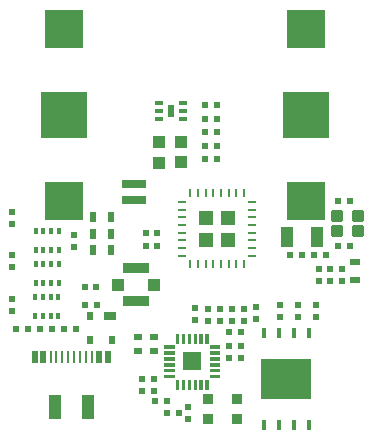
<source format=gbr>
G04 EAGLE Gerber RS-274X export*
G75*
%MOMM*%
%FSLAX34Y34*%
%LPD*%
%INSolderpaste Top*%
%IPPOS*%
%AMOC8*
5,1,8,0,0,1.08239X$1,22.5*%
G01*
%ADD10R,0.600000X0.500000*%
%ADD11R,0.600000X0.900000*%
%ADD12R,0.900000X0.600000*%
%ADD13R,0.500000X0.600000*%
%ADD14R,1.000000X1.800000*%
%ADD15R,0.700000X0.250000*%
%ADD16R,0.250000X0.700000*%
%ADD17R,1.300000X1.300000*%
%ADD18R,1.016000X0.711200*%
%ADD19R,0.609600X0.685800*%
%ADD20R,1.580000X1.580000*%
%ADD21C,0.067500*%
%ADD22R,2.200000X0.850000*%
%ADD23R,1.050000X1.000000*%
%ADD24R,0.800000X0.600000*%
%ADD25R,0.450000X0.950000*%
%ADD26R,4.350000X3.450000*%
%ADD27C,0.300000*%
%ADD28R,0.520000X1.000000*%
%ADD29R,0.270000X1.000000*%
%ADD30R,1.000000X2.000000*%
%ADD31R,0.450000X0.600000*%
%ADD32R,0.890000X0.940000*%
%ADD33R,1.080000X1.050000*%
%ADD34R,0.632000X1.012000*%
%ADD35R,0.660000X0.320000*%
%ADD36R,2.000000X0.650000*%
%ADD37R,3.960000X3.960000*%
%ADD38R,3.180000X3.180000*%


D10*
X217544Y98106D03*
X217544Y108106D03*
D11*
X94590Y184450D03*
X79590Y184450D03*
D10*
X207400Y106995D03*
X207400Y96995D03*
X270980Y130820D03*
X270980Y140820D03*
X280140Y130820D03*
X280140Y140820D03*
D12*
X301500Y131280D03*
X301500Y146280D03*
D10*
X197240Y106995D03*
X197240Y96995D03*
X290300Y130820D03*
X290300Y140820D03*
D11*
X94590Y170115D03*
X79590Y170115D03*
X94590Y156780D03*
X79590Y156780D03*
D13*
X246476Y152173D03*
X256476Y152173D03*
X276916Y152133D03*
X266916Y152133D03*
D14*
X268762Y167437D03*
X243762Y167437D03*
D15*
X214440Y151810D03*
X214440Y158310D03*
X214440Y164810D03*
X214440Y171310D03*
X214440Y177810D03*
X214440Y184310D03*
X214440Y190810D03*
X214440Y197310D03*
D16*
X207190Y204560D03*
X200690Y204560D03*
X194190Y204560D03*
X187690Y204560D03*
X181190Y204560D03*
X174690Y204560D03*
X168190Y204560D03*
X161690Y204560D03*
D15*
X154440Y197310D03*
X154440Y190810D03*
X154440Y184310D03*
X154440Y177810D03*
X154440Y171310D03*
X154440Y164810D03*
X154440Y158310D03*
X154440Y151810D03*
D16*
X161690Y144560D03*
X168190Y144560D03*
X174690Y144560D03*
X181190Y144560D03*
X187690Y144560D03*
X194190Y144560D03*
X200690Y144560D03*
X207190Y144560D03*
D17*
X193440Y165560D03*
X193440Y183560D03*
X175440Y183560D03*
X175440Y165560D03*
D18*
X93973Y100467D03*
D19*
X76955Y100467D03*
X76955Y80147D03*
X95751Y80147D03*
D13*
X142210Y29004D03*
X132210Y29004D03*
D20*
X163070Y62405D03*
D21*
X174557Y77792D02*
X174557Y85718D01*
X176583Y85718D01*
X176583Y77792D01*
X174557Y77792D01*
X174557Y78433D02*
X176583Y78433D01*
X176583Y79074D02*
X174557Y79074D01*
X174557Y79715D02*
X176583Y79715D01*
X176583Y80356D02*
X174557Y80356D01*
X174557Y80997D02*
X176583Y80997D01*
X176583Y81638D02*
X174557Y81638D01*
X174557Y82279D02*
X176583Y82279D01*
X176583Y82920D02*
X174557Y82920D01*
X174557Y83561D02*
X176583Y83561D01*
X176583Y84202D02*
X174557Y84202D01*
X174557Y84843D02*
X176583Y84843D01*
X176583Y85484D02*
X174557Y85484D01*
X169557Y85718D02*
X169557Y77792D01*
X169557Y85718D02*
X171583Y85718D01*
X171583Y77792D01*
X169557Y77792D01*
X169557Y78433D02*
X171583Y78433D01*
X171583Y79074D02*
X169557Y79074D01*
X169557Y79715D02*
X171583Y79715D01*
X171583Y80356D02*
X169557Y80356D01*
X169557Y80997D02*
X171583Y80997D01*
X171583Y81638D02*
X169557Y81638D01*
X169557Y82279D02*
X171583Y82279D01*
X171583Y82920D02*
X169557Y82920D01*
X169557Y83561D02*
X171583Y83561D01*
X171583Y84202D02*
X169557Y84202D01*
X169557Y84843D02*
X171583Y84843D01*
X171583Y85484D02*
X169557Y85484D01*
X164557Y85718D02*
X164557Y77792D01*
X164557Y85718D02*
X166583Y85718D01*
X166583Y77792D01*
X164557Y77792D01*
X164557Y78433D02*
X166583Y78433D01*
X166583Y79074D02*
X164557Y79074D01*
X164557Y79715D02*
X166583Y79715D01*
X166583Y80356D02*
X164557Y80356D01*
X164557Y80997D02*
X166583Y80997D01*
X166583Y81638D02*
X164557Y81638D01*
X164557Y82279D02*
X166583Y82279D01*
X166583Y82920D02*
X164557Y82920D01*
X164557Y83561D02*
X166583Y83561D01*
X166583Y84202D02*
X164557Y84202D01*
X164557Y84843D02*
X166583Y84843D01*
X166583Y85484D02*
X164557Y85484D01*
X159557Y85718D02*
X159557Y77792D01*
X159557Y85718D02*
X161583Y85718D01*
X161583Y77792D01*
X159557Y77792D01*
X159557Y78433D02*
X161583Y78433D01*
X161583Y79074D02*
X159557Y79074D01*
X159557Y79715D02*
X161583Y79715D01*
X161583Y80356D02*
X159557Y80356D01*
X159557Y80997D02*
X161583Y80997D01*
X161583Y81638D02*
X159557Y81638D01*
X159557Y82279D02*
X161583Y82279D01*
X161583Y82920D02*
X159557Y82920D01*
X159557Y83561D02*
X161583Y83561D01*
X161583Y84202D02*
X159557Y84202D01*
X159557Y84843D02*
X161583Y84843D01*
X161583Y85484D02*
X159557Y85484D01*
X154557Y85718D02*
X154557Y77792D01*
X154557Y85718D02*
X156583Y85718D01*
X156583Y77792D01*
X154557Y77792D01*
X154557Y78433D02*
X156583Y78433D01*
X156583Y79074D02*
X154557Y79074D01*
X154557Y79715D02*
X156583Y79715D01*
X156583Y80356D02*
X154557Y80356D01*
X154557Y80997D02*
X156583Y80997D01*
X156583Y81638D02*
X154557Y81638D01*
X154557Y82279D02*
X156583Y82279D01*
X156583Y82920D02*
X154557Y82920D01*
X154557Y83561D02*
X156583Y83561D01*
X156583Y84202D02*
X154557Y84202D01*
X154557Y84843D02*
X156583Y84843D01*
X156583Y85484D02*
X154557Y85484D01*
X149557Y85718D02*
X149557Y77792D01*
X149557Y85718D02*
X151583Y85718D01*
X151583Y77792D01*
X149557Y77792D01*
X149557Y78433D02*
X151583Y78433D01*
X151583Y79074D02*
X149557Y79074D01*
X149557Y79715D02*
X151583Y79715D01*
X151583Y80356D02*
X149557Y80356D01*
X149557Y80997D02*
X151583Y80997D01*
X151583Y81638D02*
X149557Y81638D01*
X149557Y82279D02*
X151583Y82279D01*
X151583Y82920D02*
X149557Y82920D01*
X149557Y83561D02*
X151583Y83561D01*
X151583Y84202D02*
X149557Y84202D01*
X149557Y84843D02*
X151583Y84843D01*
X151583Y85484D02*
X149557Y85484D01*
X147683Y73892D02*
X139757Y73892D01*
X139757Y75918D01*
X147683Y75918D01*
X147683Y73892D01*
X147683Y74533D02*
X139757Y74533D01*
X139757Y75174D02*
X147683Y75174D01*
X147683Y75815D02*
X139757Y75815D01*
X139757Y68892D02*
X147683Y68892D01*
X139757Y68892D02*
X139757Y70918D01*
X147683Y70918D01*
X147683Y68892D01*
X147683Y69533D02*
X139757Y69533D01*
X139757Y70174D02*
X147683Y70174D01*
X147683Y70815D02*
X139757Y70815D01*
X139757Y63892D02*
X147683Y63892D01*
X139757Y63892D02*
X139757Y65918D01*
X147683Y65918D01*
X147683Y63892D01*
X147683Y64533D02*
X139757Y64533D01*
X139757Y65174D02*
X147683Y65174D01*
X147683Y65815D02*
X139757Y65815D01*
X139757Y58892D02*
X147683Y58892D01*
X139757Y58892D02*
X139757Y60918D01*
X147683Y60918D01*
X147683Y58892D01*
X147683Y59533D02*
X139757Y59533D01*
X139757Y60174D02*
X147683Y60174D01*
X147683Y60815D02*
X139757Y60815D01*
X139757Y53892D02*
X147683Y53892D01*
X139757Y53892D02*
X139757Y55918D01*
X147683Y55918D01*
X147683Y53892D01*
X147683Y54533D02*
X139757Y54533D01*
X139757Y55174D02*
X147683Y55174D01*
X147683Y55815D02*
X139757Y55815D01*
X139757Y48892D02*
X147683Y48892D01*
X139757Y48892D02*
X139757Y50918D01*
X147683Y50918D01*
X147683Y48892D01*
X147683Y49533D02*
X139757Y49533D01*
X139757Y50174D02*
X147683Y50174D01*
X147683Y50815D02*
X139757Y50815D01*
X149557Y47018D02*
X149557Y39092D01*
X149557Y47018D02*
X151583Y47018D01*
X151583Y39092D01*
X149557Y39092D01*
X149557Y39733D02*
X151583Y39733D01*
X151583Y40374D02*
X149557Y40374D01*
X149557Y41015D02*
X151583Y41015D01*
X151583Y41656D02*
X149557Y41656D01*
X149557Y42297D02*
X151583Y42297D01*
X151583Y42938D02*
X149557Y42938D01*
X149557Y43579D02*
X151583Y43579D01*
X151583Y44220D02*
X149557Y44220D01*
X149557Y44861D02*
X151583Y44861D01*
X151583Y45502D02*
X149557Y45502D01*
X149557Y46143D02*
X151583Y46143D01*
X151583Y46784D02*
X149557Y46784D01*
X154557Y47018D02*
X154557Y39092D01*
X154557Y47018D02*
X156583Y47018D01*
X156583Y39092D01*
X154557Y39092D01*
X154557Y39733D02*
X156583Y39733D01*
X156583Y40374D02*
X154557Y40374D01*
X154557Y41015D02*
X156583Y41015D01*
X156583Y41656D02*
X154557Y41656D01*
X154557Y42297D02*
X156583Y42297D01*
X156583Y42938D02*
X154557Y42938D01*
X154557Y43579D02*
X156583Y43579D01*
X156583Y44220D02*
X154557Y44220D01*
X154557Y44861D02*
X156583Y44861D01*
X156583Y45502D02*
X154557Y45502D01*
X154557Y46143D02*
X156583Y46143D01*
X156583Y46784D02*
X154557Y46784D01*
X159557Y47018D02*
X159557Y39092D01*
X159557Y47018D02*
X161583Y47018D01*
X161583Y39092D01*
X159557Y39092D01*
X159557Y39733D02*
X161583Y39733D01*
X161583Y40374D02*
X159557Y40374D01*
X159557Y41015D02*
X161583Y41015D01*
X161583Y41656D02*
X159557Y41656D01*
X159557Y42297D02*
X161583Y42297D01*
X161583Y42938D02*
X159557Y42938D01*
X159557Y43579D02*
X161583Y43579D01*
X161583Y44220D02*
X159557Y44220D01*
X159557Y44861D02*
X161583Y44861D01*
X161583Y45502D02*
X159557Y45502D01*
X159557Y46143D02*
X161583Y46143D01*
X161583Y46784D02*
X159557Y46784D01*
X164557Y47018D02*
X164557Y39092D01*
X164557Y47018D02*
X166583Y47018D01*
X166583Y39092D01*
X164557Y39092D01*
X164557Y39733D02*
X166583Y39733D01*
X166583Y40374D02*
X164557Y40374D01*
X164557Y41015D02*
X166583Y41015D01*
X166583Y41656D02*
X164557Y41656D01*
X164557Y42297D02*
X166583Y42297D01*
X166583Y42938D02*
X164557Y42938D01*
X164557Y43579D02*
X166583Y43579D01*
X166583Y44220D02*
X164557Y44220D01*
X164557Y44861D02*
X166583Y44861D01*
X166583Y45502D02*
X164557Y45502D01*
X164557Y46143D02*
X166583Y46143D01*
X166583Y46784D02*
X164557Y46784D01*
X169557Y47018D02*
X169557Y39092D01*
X169557Y47018D02*
X171583Y47018D01*
X171583Y39092D01*
X169557Y39092D01*
X169557Y39733D02*
X171583Y39733D01*
X171583Y40374D02*
X169557Y40374D01*
X169557Y41015D02*
X171583Y41015D01*
X171583Y41656D02*
X169557Y41656D01*
X169557Y42297D02*
X171583Y42297D01*
X171583Y42938D02*
X169557Y42938D01*
X169557Y43579D02*
X171583Y43579D01*
X171583Y44220D02*
X169557Y44220D01*
X169557Y44861D02*
X171583Y44861D01*
X171583Y45502D02*
X169557Y45502D01*
X169557Y46143D02*
X171583Y46143D01*
X171583Y46784D02*
X169557Y46784D01*
X174557Y47018D02*
X174557Y39092D01*
X174557Y47018D02*
X176583Y47018D01*
X176583Y39092D01*
X174557Y39092D01*
X174557Y39733D02*
X176583Y39733D01*
X176583Y40374D02*
X174557Y40374D01*
X174557Y41015D02*
X176583Y41015D01*
X176583Y41656D02*
X174557Y41656D01*
X174557Y42297D02*
X176583Y42297D01*
X176583Y42938D02*
X174557Y42938D01*
X174557Y43579D02*
X176583Y43579D01*
X176583Y44220D02*
X174557Y44220D01*
X174557Y44861D02*
X176583Y44861D01*
X176583Y45502D02*
X174557Y45502D01*
X174557Y46143D02*
X176583Y46143D01*
X176583Y46784D02*
X174557Y46784D01*
X178457Y48892D02*
X186383Y48892D01*
X178457Y48892D02*
X178457Y50918D01*
X186383Y50918D01*
X186383Y48892D01*
X186383Y49533D02*
X178457Y49533D01*
X178457Y50174D02*
X186383Y50174D01*
X186383Y50815D02*
X178457Y50815D01*
X178457Y53892D02*
X186383Y53892D01*
X178457Y53892D02*
X178457Y55918D01*
X186383Y55918D01*
X186383Y53892D01*
X186383Y54533D02*
X178457Y54533D01*
X178457Y55174D02*
X186383Y55174D01*
X186383Y55815D02*
X178457Y55815D01*
X178457Y58892D02*
X186383Y58892D01*
X178457Y58892D02*
X178457Y60918D01*
X186383Y60918D01*
X186383Y58892D01*
X186383Y59533D02*
X178457Y59533D01*
X178457Y60174D02*
X186383Y60174D01*
X186383Y60815D02*
X178457Y60815D01*
X178457Y63892D02*
X186383Y63892D01*
X178457Y63892D02*
X178457Y65918D01*
X186383Y65918D01*
X186383Y63892D01*
X186383Y64533D02*
X178457Y64533D01*
X178457Y65174D02*
X186383Y65174D01*
X186383Y65815D02*
X178457Y65815D01*
X178457Y68892D02*
X186383Y68892D01*
X178457Y68892D02*
X178457Y70918D01*
X186383Y70918D01*
X186383Y68892D01*
X186383Y69533D02*
X178457Y69533D01*
X178457Y70174D02*
X186383Y70174D01*
X186383Y70815D02*
X178457Y70815D01*
X178457Y73892D02*
X186383Y73892D01*
X178457Y73892D02*
X178457Y75918D01*
X186383Y75918D01*
X186383Y73892D01*
X186383Y74533D02*
X178457Y74533D01*
X178457Y75174D02*
X186383Y75174D01*
X186383Y75815D02*
X178457Y75815D01*
D10*
X121160Y37466D03*
X121160Y47466D03*
X160070Y23590D03*
X160070Y13590D03*
D13*
X152370Y18590D03*
X142370Y18590D03*
D10*
X130685Y47466D03*
X130685Y37466D03*
D13*
X204900Y75740D03*
X194900Y75740D03*
X204900Y65580D03*
X194900Y65580D03*
X204900Y86980D03*
X194900Y86980D03*
D10*
X187200Y106910D03*
X187200Y96910D03*
X165610Y97410D03*
X165610Y107410D03*
D22*
X116210Y141130D03*
X116210Y113630D03*
D23*
X131460Y127380D03*
X100960Y127380D03*
D24*
X131308Y71297D03*
X131308Y83297D03*
X117308Y83297D03*
X117308Y71297D03*
D10*
X177040Y96910D03*
X177040Y106910D03*
X237650Y110260D03*
X237650Y100260D03*
X252890Y110260D03*
X252890Y100260D03*
X268130Y110260D03*
X268130Y100260D03*
X11176Y105244D03*
X11176Y115244D03*
D13*
X184286Y279568D03*
X174286Y279568D03*
D25*
X224030Y8640D03*
X236730Y8640D03*
X249430Y8640D03*
X262130Y8640D03*
X262130Y86640D03*
X249430Y86640D03*
X236730Y86640D03*
X224030Y86640D03*
D26*
X243080Y47640D03*
D27*
X282490Y169200D02*
X282490Y176200D01*
X289490Y176200D01*
X289490Y169200D01*
X282490Y169200D01*
X282490Y172050D02*
X289490Y172050D01*
X289490Y174900D02*
X282490Y174900D01*
X300030Y176200D02*
X300030Y169200D01*
X300030Y176200D02*
X307030Y176200D01*
X307030Y169200D01*
X300030Y169200D01*
X300030Y172050D02*
X307030Y172050D01*
X307030Y174900D02*
X300030Y174900D01*
X282490Y181900D02*
X282490Y188900D01*
X289490Y188900D01*
X289490Y181900D01*
X282490Y181900D01*
X282490Y184750D02*
X289490Y184750D01*
X289490Y187600D02*
X282490Y187600D01*
X300030Y188900D02*
X300030Y181900D01*
X300030Y188900D02*
X307030Y188900D01*
X307030Y181900D01*
X300030Y181900D01*
X300030Y184750D02*
X307030Y184750D01*
X307030Y187600D02*
X300030Y187600D01*
D13*
X133915Y171298D03*
X123915Y171298D03*
X133929Y160304D03*
X123929Y160304D03*
X72470Y110244D03*
X82470Y110244D03*
X82216Y125738D03*
X72216Y125738D03*
D10*
X11176Y188650D03*
X11176Y178650D03*
X11176Y152074D03*
X11176Y142074D03*
X63246Y159600D03*
X63246Y169600D03*
D13*
X297220Y160000D03*
X287220Y160000D03*
X297220Y198100D03*
X287220Y198100D03*
X64888Y89637D03*
X54888Y89637D03*
X174207Y245039D03*
X184207Y245039D03*
X174207Y256469D03*
X184207Y256469D03*
X184207Y233609D03*
X174207Y233609D03*
X184207Y267899D03*
X174207Y267899D03*
X24479Y89530D03*
X14479Y89530D03*
X34838Y89540D03*
X44838Y89540D03*
D28*
X29960Y65864D03*
X91960Y65864D03*
X37460Y65864D03*
X84460Y65864D03*
D29*
X43460Y65864D03*
X78460Y65864D03*
X48460Y65864D03*
X53460Y65864D03*
X58460Y65864D03*
X63460Y65864D03*
X68460Y65864D03*
X73460Y65864D03*
D30*
X46960Y23864D03*
X74960Y23864D03*
D31*
X50136Y116974D03*
X43636Y116974D03*
X37136Y116974D03*
X30636Y116974D03*
X30636Y100974D03*
X37136Y100974D03*
X43636Y100974D03*
X50136Y100974D03*
D32*
X201482Y30898D03*
X176682Y30898D03*
X176682Y13198D03*
X201482Y13198D03*
D31*
X50390Y145168D03*
X43890Y145168D03*
X37390Y145168D03*
X30890Y145168D03*
X30890Y129168D03*
X37390Y129168D03*
X43890Y129168D03*
X50390Y129168D03*
X50390Y173108D03*
X43890Y173108D03*
X37390Y173108D03*
X30890Y173108D03*
X30890Y157108D03*
X37390Y157108D03*
X43890Y157108D03*
X50390Y157108D03*
D33*
X153890Y248302D03*
X153890Y230802D03*
X135452Y248185D03*
X135452Y230685D03*
D34*
X145549Y274376D03*
D35*
X135299Y280876D03*
X135299Y274376D03*
X135299Y267876D03*
X155799Y267876D03*
X155799Y274376D03*
X155799Y280876D03*
D36*
X114076Y198932D03*
X114076Y212432D03*
D37*
X54500Y271000D03*
D38*
X54500Y198000D03*
X54500Y344000D03*
D37*
X259500Y271000D03*
D38*
X259500Y344000D03*
X259500Y198000D03*
M02*

</source>
